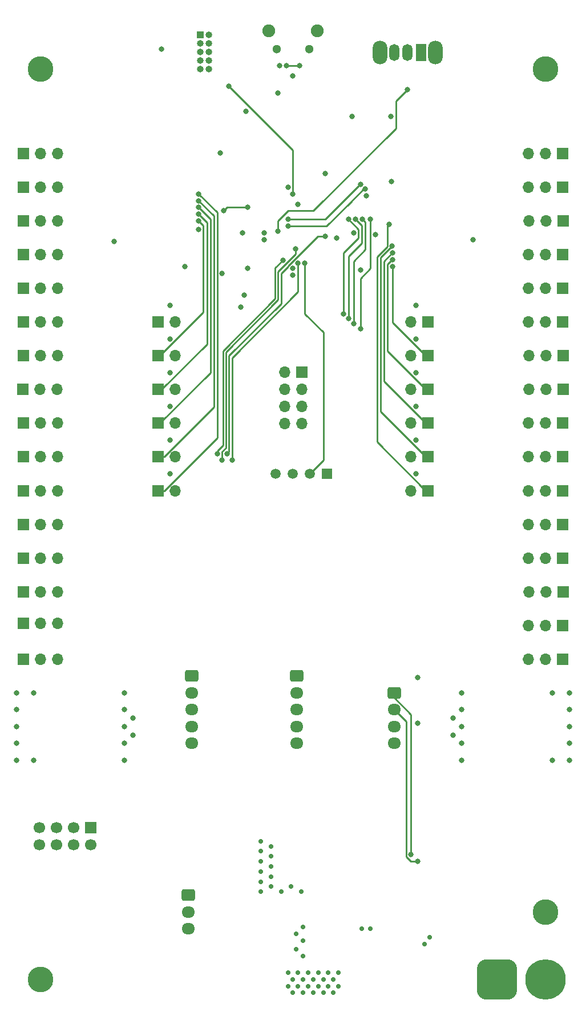
<source format=gbl>
%TF.GenerationSoftware,KiCad,Pcbnew,7.0.5*%
%TF.CreationDate,2024-01-08T18:30:08+10:00*%
%TF.ProjectId,HEXCORE PCB Design v1,48455843-4f52-4452-9050-434220446573,rev?*%
%TF.SameCoordinates,Original*%
%TF.FileFunction,Copper,L4,Bot*%
%TF.FilePolarity,Positive*%
%FSLAX46Y46*%
G04 Gerber Fmt 4.6, Leading zero omitted, Abs format (unit mm)*
G04 Created by KiCad (PCBNEW 7.0.5) date 2024-01-08 18:30:08*
%MOMM*%
%LPD*%
G01*
G04 APERTURE LIST*
G04 Aperture macros list*
%AMRoundRect*
0 Rectangle with rounded corners*
0 $1 Rounding radius*
0 $2 $3 $4 $5 $6 $7 $8 $9 X,Y pos of 4 corners*
0 Add a 4 corners polygon primitive as box body*
4,1,4,$2,$3,$4,$5,$6,$7,$8,$9,$2,$3,0*
0 Add four circle primitives for the rounded corners*
1,1,$1+$1,$2,$3*
1,1,$1+$1,$4,$5*
1,1,$1+$1,$6,$7*
1,1,$1+$1,$8,$9*
0 Add four rect primitives between the rounded corners*
20,1,$1+$1,$2,$3,$4,$5,0*
20,1,$1+$1,$4,$5,$6,$7,0*
20,1,$1+$1,$6,$7,$8,$9,0*
20,1,$1+$1,$8,$9,$2,$3,0*%
G04 Aperture macros list end*
%TA.AperFunction,ComponentPad*%
%ADD10C,1.500000*%
%TD*%
%TA.AperFunction,ComponentPad*%
%ADD11R,1.500000X1.500000*%
%TD*%
%TA.AperFunction,ComponentPad*%
%ADD12R,1.700000X1.700000*%
%TD*%
%TA.AperFunction,ComponentPad*%
%ADD13O,1.700000X1.700000*%
%TD*%
%TA.AperFunction,ComponentPad*%
%ADD14RoundRect,0.250000X-0.725000X0.600000X-0.725000X-0.600000X0.725000X-0.600000X0.725000X0.600000X0*%
%TD*%
%TA.AperFunction,ComponentPad*%
%ADD15O,1.950000X1.700000*%
%TD*%
%TA.AperFunction,ComponentPad*%
%ADD16R,1.000000X1.000000*%
%TD*%
%TA.AperFunction,ComponentPad*%
%ADD17O,1.000000X1.000000*%
%TD*%
%TA.AperFunction,ComponentPad*%
%ADD18O,2.200000X3.500000*%
%TD*%
%TA.AperFunction,ComponentPad*%
%ADD19R,1.500000X2.500000*%
%TD*%
%TA.AperFunction,ComponentPad*%
%ADD20O,1.500000X2.500000*%
%TD*%
%TA.AperFunction,ComponentPad*%
%ADD21C,3.800000*%
%TD*%
%TA.AperFunction,ComponentPad*%
%ADD22RoundRect,1.500000X-1.500000X-1.500000X1.500000X-1.500000X1.500000X1.500000X-1.500000X1.500000X0*%
%TD*%
%TA.AperFunction,ComponentPad*%
%ADD23C,6.000000*%
%TD*%
%TA.AperFunction,ComponentPad*%
%ADD24C,1.300000*%
%TD*%
%TA.AperFunction,ComponentPad*%
%ADD25C,1.900000*%
%TD*%
%TA.AperFunction,ComponentPad*%
%ADD26C,1.700000*%
%TD*%
%TA.AperFunction,ViaPad*%
%ADD27C,0.800000*%
%TD*%
%TA.AperFunction,ViaPad*%
%ADD28C,0.700000*%
%TD*%
%TA.AperFunction,Conductor*%
%ADD29C,0.250000*%
%TD*%
G04 APERTURE END LIST*
D10*
%TO.P,U6,4,GND*%
%TO.N,GND*%
X77420000Y-100000000D03*
%TO.P,U6,3,NC*%
%TO.N,unconnected-(U6-NC-Pad3)*%
X79960000Y-100000000D03*
%TO.P,U6,2,IO*%
%TO.N,DHT11_DA*%
X82500000Y-100000000D03*
D11*
%TO.P,U6,1,VCC*%
%TO.N,+3.3V*%
X85040000Y-100000000D03*
%TD*%
D12*
%TO.P,J35,1,Pin_1*%
%TO.N,GND*%
X120040000Y-97500000D03*
D13*
%TO.P,J35,2,Pin_2*%
%TO.N,+7.5V*%
X117500000Y-97500000D03*
%TO.P,J35,3,Pin_3*%
%TO.N,Servo22*%
X114960000Y-97500000D03*
%TD*%
D12*
%TO.P,J40,1,Pin_1*%
%TO.N,GND*%
X120040000Y-72500000D03*
D13*
%TO.P,J40,2,Pin_2*%
%TO.N,+7.5V*%
X117500000Y-72500000D03*
%TO.P,J40,3,Pin_3*%
%TO.N,Servo27*%
X114960000Y-72500000D03*
%TD*%
D12*
%TO.P,J24,1,Pin_1*%
%TO.N,U2A1*%
X100000000Y-92460000D03*
D13*
%TO.P,J24,2,Pin_2*%
%TO.N,+3.3V*%
X97460000Y-92460000D03*
%TD*%
D14*
%TO.P,J57,1,Pin_1*%
%TO.N,GND*%
X64500000Y-162500000D03*
D15*
%TO.P,J57,2,Pin_2*%
%TO.N,+3.3V*%
X64500000Y-165000000D03*
%TO.P,J57,3,Pin_3*%
%TO.N,+7.5V*%
X64500000Y-167500000D03*
%TD*%
D16*
%TO.P,J55,1,VTref*%
%TO.N,+3.3V*%
X66270000Y-34920000D03*
D17*
%TO.P,J55,2,SWDIO/TMS*%
%TO.N,Net-(J55-SWDIO{slash}TMS)*%
X67540000Y-34920000D03*
%TO.P,J55,3,GND*%
%TO.N,GND*%
X66270000Y-36190000D03*
%TO.P,J55,4,SWDCLK/TCK*%
%TO.N,Net-(J55-SWDCLK{slash}TCK)*%
X67540000Y-36190000D03*
%TO.P,J55,5,GND*%
%TO.N,GND*%
X66270000Y-37460000D03*
%TO.P,J55,6,SWO/TDO*%
%TO.N,Net-(J55-SWO{slash}TDO)*%
X67540000Y-37460000D03*
%TO.P,J55,7,KEY*%
%TO.N,unconnected-(J55-KEY-Pad7)*%
X66270000Y-38730000D03*
%TO.P,J55,8,NC/TDI*%
%TO.N,unconnected-(J55-NC{slash}TDI-Pad8)*%
X67540000Y-38730000D03*
%TO.P,J55,9,GNDDetect*%
%TO.N,GND*%
X66270000Y-40000000D03*
%TO.P,J55,10,~{RESET}*%
%TO.N,Net-(J55-~{RESET})*%
X67540000Y-40000000D03*
%TD*%
D14*
%TO.P,J47,1,Pin_1*%
%TO.N,I2C2_SDA*%
X95000000Y-132500000D03*
D15*
%TO.P,J47,2,Pin_2*%
%TO.N,I2C2_SCL*%
X95000000Y-135000000D03*
%TO.P,J47,3,Pin_3*%
%TO.N,GND*%
X95000000Y-137500000D03*
%TO.P,J47,4,Pin_4*%
%TO.N,+3.3V*%
X95000000Y-140000000D03*
%TD*%
D12*
%TO.P,J17,1,Pin_1*%
%TO.N,GND*%
X39960000Y-102500000D03*
D13*
%TO.P,J17,2,Pin_2*%
%TO.N,+7.5V*%
X42500000Y-102500000D03*
%TO.P,J17,3,Pin_3*%
%TO.N,Servo10*%
X45040000Y-102500000D03*
%TD*%
D12*
%TO.P,J19,1,Pin_1*%
%TO.N,GND*%
X39960000Y-112500000D03*
D13*
%TO.P,J19,2,Pin_2*%
%TO.N,+7.5V*%
X42500000Y-112500000D03*
%TO.P,J19,3,Pin_3*%
%TO.N,Servo12*%
X45040000Y-112500000D03*
%TD*%
D12*
%TO.P,J38,1,Pin_1*%
%TO.N,GND*%
X120080000Y-82500000D03*
D13*
%TO.P,J38,2,Pin_2*%
%TO.N,+7.5V*%
X117540000Y-82500000D03*
%TO.P,J38,3,Pin_3*%
%TO.N,Servo25*%
X115000000Y-82500000D03*
%TD*%
D14*
%TO.P,J49,1,Pin_1*%
%TO.N,SPI1_MOSI*%
X80525000Y-130000000D03*
D15*
%TO.P,J49,2,Pin_2*%
%TO.N,SPI1_MISO*%
X80525000Y-132500000D03*
%TO.P,J49,3,Pin_3*%
%TO.N,SPI1_SCK*%
X80525000Y-135000000D03*
%TO.P,J49,4,Pin_4*%
%TO.N,GND*%
X80525000Y-137500000D03*
%TO.P,J49,5,Pin_5*%
%TO.N,+3.3V*%
X80525000Y-140000000D03*
%TD*%
D18*
%TO.P,SW2,*%
%TO.N,*%
X101100000Y-37500000D03*
X92900000Y-37500000D03*
D19*
%TO.P,SW2,1,A*%
%TO.N,+3.3V*%
X99000000Y-37500000D03*
D20*
%TO.P,SW2,2,B*%
%TO.N,/SW_BOOT0*%
X97000000Y-37500000D03*
%TO.P,SW2,3,C*%
%TO.N,GND*%
X95000000Y-37500000D03*
%TD*%
D12*
%TO.P,J22,1,Pin_1*%
%TO.N,GND*%
X40000000Y-127500000D03*
D13*
%TO.P,J22,2,Pin_2*%
%TO.N,+7.5V*%
X42540000Y-127500000D03*
%TO.P,J22,3,Pin_3*%
%TO.N,Servo15*%
X45080000Y-127500000D03*
%TD*%
D12*
%TO.P,J33,1,Pin_1*%
%TO.N,GND*%
X120040000Y-107500000D03*
D13*
%TO.P,J33,2,Pin_2*%
%TO.N,+7.5V*%
X117500000Y-107500000D03*
%TO.P,J33,3,Pin_3*%
%TO.N,Servo20*%
X114960000Y-107500000D03*
%TD*%
D21*
%TO.P,H2,1,1*%
%TO.N,GND*%
X117500000Y-40000000D03*
%TD*%
%TO.P,H4,1,1*%
%TO.N,GND*%
X117500000Y-165000000D03*
%TD*%
D12*
%TO.P,J10,1,Pin_1*%
%TO.N,GND*%
X39960000Y-67500000D03*
D13*
%TO.P,J10,2,Pin_2*%
%TO.N,+7.5V*%
X42500000Y-67500000D03*
%TO.P,J10,3,Pin_3*%
%TO.N,Servo3*%
X45040000Y-67500000D03*
%TD*%
D12*
%TO.P,J28,1,Pin_1*%
%TO.N,U2A5*%
X100000000Y-102500000D03*
D13*
%TO.P,J28,2,Pin_2*%
%TO.N,+3.3V*%
X97460000Y-102500000D03*
%TD*%
D22*
%TO.P,J56,1,Pin_1*%
%TO.N,/BAT_POS*%
X110300000Y-175000000D03*
D23*
%TO.P,J56,2,Pin_2*%
%TO.N,GND*%
X117500000Y-175000000D03*
%TD*%
D12*
%TO.P,J12,1,Pin_1*%
%TO.N,GND*%
X39960000Y-77500000D03*
D13*
%TO.P,J12,2,Pin_2*%
%TO.N,+7.5V*%
X42500000Y-77500000D03*
%TO.P,J12,3,Pin_3*%
%TO.N,Servo5*%
X45040000Y-77500000D03*
%TD*%
D12*
%TO.P,J30,1,Pin_1*%
%TO.N,GND*%
X120040000Y-122500000D03*
D13*
%TO.P,J30,2,Pin_2*%
%TO.N,+7.5V*%
X117500000Y-122500000D03*
%TO.P,J30,3,Pin_3*%
%TO.N,Servo17*%
X114960000Y-122500000D03*
%TD*%
D12*
%TO.P,J16,1,Pin_1*%
%TO.N,GND*%
X40000000Y-97500000D03*
D13*
%TO.P,J16,2,Pin_2*%
%TO.N,+7.5V*%
X42540000Y-97500000D03*
%TO.P,J16,3,Pin_3*%
%TO.N,Servo9*%
X45080000Y-97500000D03*
%TD*%
D12*
%TO.P,J25,1,Pin_1*%
%TO.N,U2A2*%
X100000000Y-87500000D03*
D13*
%TO.P,J25,2,Pin_2*%
%TO.N,+3.3V*%
X97460000Y-87500000D03*
%TD*%
D12*
%TO.P,J3,1,Pin_1*%
%TO.N,U1A2*%
X60000000Y-92500000D03*
D13*
%TO.P,J3,2,Pin_2*%
%TO.N,+3.3V*%
X62540000Y-92500000D03*
%TD*%
D12*
%TO.P,J15,1,Pin_1*%
%TO.N,GND*%
X40000000Y-92500000D03*
D13*
%TO.P,J15,2,Pin_2*%
%TO.N,+7.5V*%
X42540000Y-92500000D03*
%TO.P,J15,3,Pin_3*%
%TO.N,Servo8*%
X45080000Y-92500000D03*
%TD*%
D12*
%TO.P,J18,1,Pin_1*%
%TO.N,GND*%
X39960000Y-107500000D03*
D13*
%TO.P,J18,2,Pin_2*%
%TO.N,+7.5V*%
X42500000Y-107500000D03*
%TO.P,J18,3,Pin_3*%
%TO.N,Servo11*%
X45040000Y-107500000D03*
%TD*%
D12*
%TO.P,J1,1,Pin_1*%
%TO.N,U1A0*%
X60000000Y-82500000D03*
D13*
%TO.P,J1,2,Pin_2*%
%TO.N,+3.3V*%
X62540000Y-82500000D03*
%TD*%
D12*
%TO.P,J13,1,Pin_1*%
%TO.N,GND*%
X39960000Y-82500000D03*
D13*
%TO.P,J13,2,Pin_2*%
%TO.N,+7.5V*%
X42500000Y-82500000D03*
%TO.P,J13,3,Pin_3*%
%TO.N,Servo6*%
X45040000Y-82500000D03*
%TD*%
D12*
%TO.P,J43,1,Pin_1*%
%TO.N,GND*%
X120040000Y-57500000D03*
D13*
%TO.P,J43,2,Pin_2*%
%TO.N,+7.5V*%
X117500000Y-57500000D03*
%TO.P,J43,3,Pin_3*%
%TO.N,Servo30*%
X114960000Y-57500000D03*
%TD*%
D12*
%TO.P,J4,1,Pin_1*%
%TO.N,U1A3*%
X60000000Y-97500000D03*
D13*
%TO.P,J4,2,Pin_2*%
%TO.N,+3.3V*%
X62540000Y-97500000D03*
%TD*%
D12*
%TO.P,J41,1,Pin_1*%
%TO.N,GND*%
X120040000Y-67500000D03*
D13*
%TO.P,J41,2,Pin_2*%
%TO.N,+7.5V*%
X117500000Y-67500000D03*
%TO.P,J41,3,Pin_3*%
%TO.N,Servo28*%
X114960000Y-67500000D03*
%TD*%
D12*
%TO.P,J36,1,Pin_1*%
%TO.N,GND*%
X120040000Y-92500000D03*
D13*
%TO.P,J36,2,Pin_2*%
%TO.N,+7.5V*%
X117500000Y-92500000D03*
%TO.P,J36,3,Pin_3*%
%TO.N,Servo23*%
X114960000Y-92500000D03*
%TD*%
D12*
%TO.P,J42,1,Pin_1*%
%TO.N,GND*%
X120080000Y-62500000D03*
D13*
%TO.P,J42,2,Pin_2*%
%TO.N,+7.5V*%
X117540000Y-62500000D03*
%TO.P,J42,3,Pin_3*%
%TO.N,Servo29*%
X115000000Y-62500000D03*
%TD*%
D12*
%TO.P,J14,1,Pin_1*%
%TO.N,GND*%
X39920001Y-87500000D03*
D13*
%TO.P,J14,2,Pin_2*%
%TO.N,+7.5V*%
X42460001Y-87500000D03*
%TO.P,J14,3,Pin_3*%
%TO.N,Servo7*%
X45000001Y-87500000D03*
%TD*%
D12*
%TO.P,J11,1,Pin_1*%
%TO.N,GND*%
X40000000Y-72500000D03*
D13*
%TO.P,J11,2,Pin_2*%
%TO.N,+7.5V*%
X42540000Y-72500000D03*
%TO.P,J11,3,Pin_3*%
%TO.N,Servo4*%
X45080000Y-72500000D03*
%TD*%
D12*
%TO.P,J5,1,Pin_1*%
%TO.N,U1A4*%
X60000000Y-102500000D03*
D13*
%TO.P,J5,2,Pin_2*%
%TO.N,+3.3V*%
X62540000Y-102500000D03*
%TD*%
D12*
%TO.P,J7,1,Pin_1*%
%TO.N,GND*%
X39960000Y-52500000D03*
D13*
%TO.P,J7,2,Pin_2*%
%TO.N,+7.5V*%
X42500000Y-52500000D03*
%TO.P,J7,3,Pin_3*%
%TO.N,Servo0*%
X45040000Y-52500000D03*
%TD*%
D12*
%TO.P,J21,1,Pin_1*%
%TO.N,GND*%
X40000000Y-122200000D03*
D13*
%TO.P,J21,2,Pin_2*%
%TO.N,+7.5V*%
X42540000Y-122200000D03*
%TO.P,J21,3,Pin_3*%
%TO.N,Servo14*%
X45080000Y-122200000D03*
%TD*%
D12*
%TO.P,J23,1,Pin_1*%
%TO.N,U2A0*%
X100000000Y-97500000D03*
D13*
%TO.P,J23,2,Pin_2*%
%TO.N,+3.3V*%
X97460000Y-97500000D03*
%TD*%
D12*
%TO.P,J2,1,Pin_1*%
%TO.N,U1A1*%
X60000000Y-87500000D03*
D13*
%TO.P,J2,2,Pin_2*%
%TO.N,+3.3V*%
X62540000Y-87500000D03*
%TD*%
D12*
%TO.P,J37,1,Pin_1*%
%TO.N,GND*%
X120080000Y-87500000D03*
D13*
%TO.P,J37,2,Pin_2*%
%TO.N,+7.5V*%
X117540000Y-87500000D03*
%TO.P,J37,3,Pin_3*%
%TO.N,Servo24*%
X115000000Y-87500000D03*
%TD*%
D12*
%TO.P,J27,1,Pin_1*%
%TO.N,U2A4*%
X100000000Y-77500000D03*
D13*
%TO.P,J27,2,Pin_2*%
%TO.N,+3.3V*%
X97460000Y-77500000D03*
%TD*%
D21*
%TO.P,H3,1,1*%
%TO.N,GND*%
X42500000Y-175000000D03*
%TD*%
D12*
%TO.P,J32,1,Pin_1*%
%TO.N,GND*%
X120040000Y-112500000D03*
D13*
%TO.P,J32,2,Pin_2*%
%TO.N,+7.5V*%
X117500000Y-112500000D03*
%TO.P,J32,3,Pin_3*%
%TO.N,Servo19*%
X114960000Y-112500000D03*
%TD*%
D12*
%TO.P,J46,1,Pin_1*%
%TO.N,/PB14*%
X81290000Y-84960000D03*
D13*
%TO.P,J46,2,Pin_2*%
%TO.N,/PB0*%
X78750000Y-84960000D03*
%TO.P,J46,3,Pin_3*%
%TO.N,/PB15*%
X81290000Y-87500000D03*
%TO.P,J46,4,Pin_4*%
%TO.N,/PB1*%
X78750000Y-87500000D03*
%TO.P,J46,5,Pin_5*%
%TO.N,/PC6*%
X81290000Y-90040000D03*
%TO.P,J46,6,Pin_6*%
%TO.N,/PC5*%
X78750000Y-90040000D03*
%TO.P,J46,7,Pin_7*%
%TO.N,/PC7*%
X81290000Y-92580000D03*
%TO.P,J46,8,Pin_8*%
%TO.N,/PC4*%
X78750000Y-92580000D03*
%TD*%
D12*
%TO.P,J31,1,Pin_1*%
%TO.N,GND*%
X120119999Y-117500000D03*
D13*
%TO.P,J31,2,Pin_2*%
%TO.N,+7.5V*%
X117579999Y-117500000D03*
%TO.P,J31,3,Pin_3*%
%TO.N,Servo18*%
X115039999Y-117500000D03*
%TD*%
D12*
%TO.P,J34,1,Pin_1*%
%TO.N,GND*%
X120040000Y-102500000D03*
D13*
%TO.P,J34,2,Pin_2*%
%TO.N,+7.5V*%
X117500000Y-102500000D03*
%TO.P,J34,3,Pin_3*%
%TO.N,Servo21*%
X114960000Y-102500000D03*
%TD*%
D21*
%TO.P,H1,1,1*%
%TO.N,GND*%
X42500000Y-40000000D03*
%TD*%
D12*
%TO.P,J29,1,Pin_1*%
%TO.N,GND*%
X120040000Y-127500000D03*
D13*
%TO.P,J29,2,Pin_2*%
%TO.N,+7.5V*%
X117500000Y-127500000D03*
%TO.P,J29,3,Pin_3*%
%TO.N,Servo16*%
X114960000Y-127500000D03*
%TD*%
D12*
%TO.P,J44,1,Pin_1*%
%TO.N,GND*%
X120040000Y-52500000D03*
D13*
%TO.P,J44,2,Pin_2*%
%TO.N,+7.5V*%
X117500000Y-52500000D03*
%TO.P,J44,3,Pin_3*%
%TO.N,Servo31*%
X114960000Y-52500000D03*
%TD*%
D12*
%TO.P,J39,1,Pin_1*%
%TO.N,GND*%
X120040000Y-77500000D03*
D13*
%TO.P,J39,2,Pin_2*%
%TO.N,+7.5V*%
X117500000Y-77500000D03*
%TO.P,J39,3,Pin_3*%
%TO.N,Servo26*%
X114960000Y-77500000D03*
%TD*%
D12*
%TO.P,J8,1,Pin_1*%
%TO.N,GND*%
X40000000Y-57500000D03*
D13*
%TO.P,J8,2,Pin_2*%
%TO.N,+7.5V*%
X42540000Y-57500000D03*
%TO.P,J8,3,Pin_3*%
%TO.N,Servo1*%
X45080000Y-57500000D03*
%TD*%
D12*
%TO.P,J26,1,Pin_1*%
%TO.N,U2A3*%
X100000000Y-82500000D03*
D13*
%TO.P,J26,2,Pin_2*%
%TO.N,+3.3V*%
X97460000Y-82500000D03*
%TD*%
D12*
%TO.P,J20,1,Pin_1*%
%TO.N,GND*%
X39960000Y-117500000D03*
D13*
%TO.P,J20,2,Pin_2*%
%TO.N,+7.5V*%
X42500000Y-117500000D03*
%TO.P,J20,3,Pin_3*%
%TO.N,Servo13*%
X45040000Y-117500000D03*
%TD*%
D24*
%TO.P,J45,MH1*%
%TO.N,N/C*%
X82425000Y-36980000D03*
%TO.P,J45,MH2*%
X77575000Y-36980000D03*
D25*
%TO.P,J45,MH3*%
X83625000Y-34300000D03*
%TO.P,J45,MH4*%
X76375000Y-34300000D03*
%TD*%
D12*
%TO.P,U4,1,GND*%
%TO.N,GND*%
X50000000Y-152460000D03*
D26*
%TO.P,U4,2,VCC*%
%TO.N,+3.3V*%
X50000000Y-155000000D03*
%TO.P,U4,3,CE*%
%TO.N,NRF_CE*%
X47460000Y-152460000D03*
%TO.P,U4,4,~{CSN}*%
%TO.N,NRF_CSN*%
X47460000Y-155000000D03*
%TO.P,U4,5,SCK*%
%TO.N,SPI2_SCK*%
X44920000Y-152460000D03*
%TO.P,U4,6,MOSI*%
%TO.N,SPI2_MISO*%
X44920000Y-155000000D03*
%TO.P,U4,7,MISO*%
%TO.N,SPI2_MOSI*%
X42380000Y-152460000D03*
%TO.P,U4,8,IRQ*%
%TO.N,NRF_IRQ*%
X42380000Y-155000000D03*
%TD*%
D12*
%TO.P,J6,1,Pin_1*%
%TO.N,U1A5*%
X60000000Y-77500000D03*
D13*
%TO.P,J6,2,Pin_2*%
%TO.N,+3.3V*%
X62540000Y-77500000D03*
%TD*%
D14*
%TO.P,J48,1,Pin_1*%
%TO.N,USART2_TX*%
X65000000Y-130000000D03*
D15*
%TO.P,J48,2,Pin_2*%
%TO.N,USART2_RX*%
X65000000Y-132500000D03*
%TO.P,J48,3,Pin_3*%
%TO.N,USART2_CK*%
X65000000Y-135000000D03*
%TO.P,J48,4,Pin_4*%
%TO.N,GND*%
X65000000Y-137500000D03*
%TO.P,J48,5,Pin_5*%
%TO.N,+3.3V*%
X65000000Y-140000000D03*
%TD*%
D12*
%TO.P,J9,1,Pin_1*%
%TO.N,GND*%
X39960000Y-62500000D03*
D13*
%TO.P,J9,2,Pin_2*%
%TO.N,+7.5V*%
X42500000Y-62500000D03*
%TO.P,J9,3,Pin_3*%
%TO.N,Servo2*%
X45040000Y-62500000D03*
%TD*%
D27*
%TO.N,+3.3V*%
X77750000Y-43500000D03*
X73000000Y-46250000D03*
%TO.N,GND*%
X69250000Y-52450000D03*
X64000000Y-69250000D03*
%TO.N,DHT11_DA*%
X81750000Y-68750000D03*
%TO.N,+3.3V*%
X92250000Y-64500000D03*
D28*
X76750000Y-155250000D03*
D27*
X90876100Y-58758645D03*
D28*
X75250000Y-157500000D03*
D27*
X98500000Y-130250000D03*
X86500000Y-65000000D03*
D28*
X75250000Y-156000000D03*
X75250000Y-160500000D03*
D27*
X98500000Y-137000000D03*
D28*
X75250000Y-162000000D03*
D27*
X80750000Y-60000000D03*
X75750000Y-65250000D03*
X88750000Y-47000000D03*
D28*
X75250000Y-154500000D03*
X76750000Y-159750000D03*
D27*
X94500000Y-47000000D03*
D28*
X76750000Y-158250000D03*
D27*
X65975402Y-63725402D03*
D28*
X79750000Y-161250000D03*
D27*
X80000000Y-69500000D03*
D28*
X81250000Y-162000000D03*
D27*
X94625000Y-56625000D03*
D28*
X78250000Y-162000000D03*
X75250000Y-159000000D03*
X76750000Y-156750000D03*
X76750000Y-161250000D03*
D27*
%TO.N,GND*%
X56250000Y-136250000D03*
X105000000Y-137500000D03*
X54999999Y-132500000D03*
X103750000Y-138750000D03*
D28*
X99500000Y-169750000D03*
D27*
X90000000Y-69750000D03*
D28*
X80500000Y-168250000D03*
D27*
X56250000Y-138750000D03*
D28*
X91500000Y-167500000D03*
X81500000Y-169250000D03*
D27*
X53500000Y-65500000D03*
X84750000Y-55500000D03*
X61750000Y-90000000D03*
X61750000Y-100000000D03*
X105000000Y-132500000D03*
X80000000Y-70500000D03*
X75750000Y-64250000D03*
X54999999Y-140000000D03*
X80000000Y-41000000D03*
X54999999Y-137500000D03*
X98250000Y-75000000D03*
X98250000Y-95000000D03*
X72250000Y-75250000D03*
D28*
X100250000Y-168750000D03*
D27*
X72750000Y-73500000D03*
X61750000Y-75000000D03*
X78000000Y-39500000D03*
X103750000Y-136250000D03*
X55000000Y-142500000D03*
X69500000Y-70250000D03*
X54999999Y-135000000D03*
X105000000Y-140000000D03*
X98250000Y-90000000D03*
X98250000Y-100000000D03*
X72500000Y-64250000D03*
X105000000Y-142500000D03*
X73250000Y-69500000D03*
D28*
X81500000Y-167250000D03*
D27*
X60500000Y-37000000D03*
X79250000Y-57500000D03*
X106750000Y-65250000D03*
X98250000Y-85000000D03*
X105000000Y-135000000D03*
X89000000Y-64250000D03*
X61750000Y-85000000D03*
D28*
X81500000Y-171500000D03*
X90250000Y-167500000D03*
D27*
X98250000Y-80000000D03*
X61750000Y-80000000D03*
D28*
X80500000Y-170500000D03*
D27*
X61750000Y-95000000D03*
D28*
%TO.N,+7.5V*%
X84500000Y-175000000D03*
D27*
X121000000Y-142500000D03*
X121000000Y-137500000D03*
X41500000Y-132500000D03*
D28*
X80750000Y-176000000D03*
D27*
X39000000Y-132500000D03*
D28*
X80000000Y-177000000D03*
X83750000Y-176000000D03*
D27*
X121000000Y-135000000D03*
X39000000Y-140000000D03*
D28*
X81500000Y-177000000D03*
X79250000Y-176000000D03*
X82250000Y-174000000D03*
X82250000Y-176000000D03*
X80000000Y-175000000D03*
X79250000Y-174000000D03*
D27*
X39000000Y-137500000D03*
X121000000Y-132500000D03*
X118500000Y-142500000D03*
D28*
X86000000Y-175000000D03*
D27*
X41500000Y-142500000D03*
D28*
X80750000Y-174000000D03*
X85250000Y-174000000D03*
D27*
X118500000Y-132500000D03*
D28*
X86750000Y-176000000D03*
X84500000Y-177000000D03*
X83000000Y-177000000D03*
X86000000Y-177000000D03*
X85250000Y-176000000D03*
X83750000Y-174000000D03*
X81500000Y-175000000D03*
D27*
X39000000Y-135000000D03*
X121000000Y-140000000D03*
X39000000Y-142500000D03*
D28*
X83000000Y-175000000D03*
X86750000Y-174000000D03*
D27*
%TO.N,I2C2_SCL*%
X98512653Y-157487347D03*
%TO.N,I2C2_SDA*%
X97500000Y-156500000D03*
%TO.N,U1A0*%
X66000000Y-62500000D03*
%TO.N,U1A1*%
X66000000Y-61500000D03*
%TO.N,U1A2*%
X66000000Y-60500000D03*
%TO.N,U1A3*%
X66000000Y-59500000D03*
%TO.N,U1A4*%
X66000000Y-58500497D03*
%TO.N,U2A0*%
X94731337Y-66219467D03*
%TO.N,U2A1*%
X94737701Y-67237701D03*
%TO.N,U2A2*%
X94750000Y-68250000D03*
%TO.N,U2A3*%
X94750000Y-69249503D03*
%TO.N,U2A5*%
X94250000Y-62975500D03*
%TO.N,USB_ID*%
X79000000Y-39500000D03*
X81000000Y-39500000D03*
%TO.N,I2C1_SCL*%
X79250000Y-62250000D03*
X90042629Y-57042629D03*
%TO.N,I2C1_SDA*%
X69737701Y-60987701D03*
X79250000Y-63250000D03*
X90750000Y-57767129D03*
X73250000Y-60500000D03*
%TO.N,SPI2_MISO*%
X70975500Y-98000000D03*
X80750000Y-68750000D03*
%TO.N,SPI2_MOSI*%
X78484223Y-68329997D03*
X68750000Y-97000000D03*
%TO.N,SPI2_SCK*%
X84750000Y-64750000D03*
X70250000Y-97000000D03*
%TO.N,/BOOT0*%
X97000000Y-43000000D03*
X77750000Y-63974500D03*
%TO.N,NRST*%
X80000000Y-58500000D03*
X70500000Y-42500000D03*
%TO.N,NRF_IRQ*%
X80423523Y-66673524D03*
X69500000Y-98000000D03*
%TO.N,/PB14*%
X87500000Y-76250000D03*
X88250000Y-62250000D03*
%TO.N,/PB15*%
X88250000Y-77000000D03*
X89262299Y-62237701D03*
%TO.N,/PC6*%
X90280533Y-62231337D03*
X89000000Y-77750000D03*
%TO.N,/PC7*%
X91500000Y-62250000D03*
X90000000Y-78500000D03*
%TD*%
D29*
%TO.N,NRST*%
X80000000Y-52000000D02*
X80000000Y-58500000D01*
X70500000Y-42500000D02*
X80000000Y-52000000D01*
%TO.N,DHT11_DA*%
X84500000Y-79000000D02*
X84500000Y-98000000D01*
X84500000Y-98000000D02*
X82500000Y-100000000D01*
X81750000Y-76250000D02*
X84500000Y-79000000D01*
X81750000Y-68750000D02*
X81750000Y-76250000D01*
%TO.N,SPI2_MOSI*%
X68750000Y-96600000D02*
X68750000Y-97000000D01*
X69600000Y-95750000D02*
X68750000Y-96600000D01*
X77350000Y-69464220D02*
X77350000Y-74013604D01*
X77350000Y-74013604D02*
X69600000Y-81763604D01*
X78484223Y-68329997D02*
X77350000Y-69464220D01*
X69600000Y-81763604D02*
X69600000Y-95750000D01*
%TO.N,NRF_IRQ*%
X70050000Y-96174695D02*
X69500000Y-96724695D01*
X69500000Y-96724695D02*
X69500000Y-98000000D01*
X77800000Y-74200000D02*
X70050000Y-81950000D01*
X70050000Y-81950000D02*
X70050000Y-96174695D01*
X80423523Y-67414776D02*
X77800000Y-70038299D01*
X77800000Y-70038299D02*
X77800000Y-74200000D01*
X80423523Y-66673524D02*
X80423523Y-67414776D01*
%TO.N,SPI2_SCK*%
X83724695Y-64750000D02*
X84750000Y-64750000D01*
X79275000Y-69225000D02*
X79275000Y-69199695D01*
X79275000Y-69199695D02*
X83724695Y-64750000D01*
X78250000Y-70250000D02*
X79275000Y-69225000D01*
X78250000Y-74750000D02*
X78250000Y-70250000D01*
X70500000Y-96750000D02*
X70500000Y-82500000D01*
X70500000Y-82500000D02*
X78250000Y-74750000D01*
X70250000Y-97000000D02*
X70500000Y-96750000D01*
%TO.N,I2C2_SCL*%
X96775000Y-156800305D02*
X97462042Y-157487347D01*
X95000000Y-135000000D02*
X96775000Y-136775000D01*
X97462042Y-157487347D02*
X98512653Y-157487347D01*
X96775000Y-136775000D02*
X96775000Y-156800305D01*
%TO.N,I2C2_SDA*%
X97500000Y-135713299D02*
X95000000Y-133213299D01*
X95000000Y-133213299D02*
X95000000Y-132500000D01*
X97500000Y-156500000D02*
X97500000Y-135713299D01*
%TO.N,U1A0*%
X66700402Y-63200402D02*
X66700402Y-76074903D01*
X66700402Y-76074903D02*
X60275305Y-82500000D01*
X66000000Y-62500000D02*
X66700402Y-63200402D01*
X60275305Y-82500000D02*
X60000000Y-82500000D01*
%TO.N,U1A1*%
X67250000Y-62724695D02*
X67250000Y-80750000D01*
X66025305Y-61500000D02*
X67250000Y-62724695D01*
X67250000Y-80750000D02*
X60500000Y-87500000D01*
X66000000Y-61500000D02*
X66025305Y-61500000D01*
X60500000Y-87500000D02*
X60000000Y-87500000D01*
%TO.N,U1A2*%
X67750000Y-62224695D02*
X67750000Y-85025305D01*
X60275305Y-92500000D02*
X60000000Y-92500000D01*
X67750000Y-85025305D02*
X60275305Y-92500000D01*
X66000000Y-60500000D02*
X66025305Y-60500000D01*
X66025305Y-60500000D02*
X67750000Y-62224695D01*
%TO.N,U1A3*%
X68250000Y-61724695D02*
X68250000Y-90128299D01*
X60878299Y-97500000D02*
X60000000Y-97500000D01*
X68250000Y-90128299D02*
X60878299Y-97500000D01*
X66025305Y-59500000D02*
X68250000Y-61724695D01*
X66000000Y-59500000D02*
X66025305Y-59500000D01*
%TO.N,U1A4*%
X68750000Y-94628299D02*
X60878299Y-102500000D01*
X66025802Y-58500497D02*
X68750000Y-61224695D01*
X60878299Y-102500000D02*
X60000000Y-102500000D01*
X68750000Y-61224695D02*
X68750000Y-94628299D01*
X66000000Y-58500497D02*
X66025802Y-58500497D01*
%TO.N,U2A0*%
X94731337Y-66219467D02*
X94730630Y-66219467D01*
X93000000Y-67950097D02*
X93050000Y-67900097D01*
X99724695Y-97500000D02*
X100000000Y-97500000D01*
X93000000Y-90775305D02*
X99724695Y-97500000D01*
X93000000Y-67950097D02*
X93000000Y-90775305D01*
X94730630Y-66219467D02*
X93000000Y-67950097D01*
%TO.N,U2A1*%
X99684695Y-92460000D02*
X100000000Y-92460000D01*
X93500000Y-68474695D02*
X93500000Y-86275305D01*
X100000000Y-91701701D02*
X100000000Y-92460000D01*
X93500000Y-86275305D02*
X99684695Y-92460000D01*
X94737701Y-67237701D02*
X94736994Y-67237701D01*
X94736994Y-67237701D02*
X93500000Y-68474695D01*
%TO.N,U2A2*%
X99724695Y-87500000D02*
X100000000Y-87500000D01*
X94025000Y-81800305D02*
X99724695Y-87500000D01*
X94025000Y-68949198D02*
X94025000Y-81800305D01*
X94724198Y-68250000D02*
X94025000Y-68949198D01*
X94750000Y-68250000D02*
X94724198Y-68250000D01*
%TO.N,U2A3*%
X94750000Y-77525305D02*
X99724695Y-82500000D01*
X94750000Y-69249503D02*
X94750000Y-77525305D01*
X99724695Y-82500000D02*
X100000000Y-82500000D01*
%TO.N,U2A5*%
X94006337Y-63219163D02*
X94006337Y-66307364D01*
X94006337Y-66307364D02*
X92500000Y-67813701D01*
X92500000Y-67813701D02*
X92500000Y-95275305D01*
X99724695Y-102500000D02*
X100000000Y-102500000D01*
X92500000Y-95275305D02*
X99724695Y-102500000D01*
X94250000Y-62975500D02*
X94006337Y-63219163D01*
%TO.N,USB_ID*%
X81000000Y-39500000D02*
X79000000Y-39500000D01*
%TO.N,I2C1_SCL*%
X90042629Y-57042629D02*
X89957371Y-57042629D01*
X89957371Y-57042629D02*
X84750000Y-62250000D01*
X84750000Y-62250000D02*
X79250000Y-62250000D01*
%TO.N,I2C1_SDA*%
X88500000Y-59750000D02*
X90482871Y-57767129D01*
X70225402Y-60500000D02*
X69737701Y-60987701D01*
X85000000Y-63250000D02*
X88500000Y-59750000D01*
X73250000Y-60500000D02*
X70225402Y-60500000D01*
X79250000Y-63250000D02*
X85000000Y-63250000D01*
X90482871Y-57767129D02*
X90750000Y-57767129D01*
%TO.N,SPI2_MISO*%
X80750000Y-73000000D02*
X70975500Y-82774500D01*
X80750000Y-68750000D02*
X80750000Y-73000000D01*
X70975500Y-82774500D02*
X70975500Y-98000000D01*
%TO.N,/BOOT0*%
X83000000Y-61000000D02*
X95250000Y-48750000D01*
X95250000Y-44750000D02*
X97000000Y-43000000D01*
X77750000Y-62525500D02*
X77750000Y-63974500D01*
X79275500Y-61000000D02*
X83000000Y-61000000D01*
X79275500Y-61000000D02*
X77750000Y-62525500D01*
X95250000Y-48750000D02*
X95250000Y-44750000D01*
%TO.N,/PB14*%
X89725000Y-63725000D02*
X89725000Y-65025000D01*
X89725000Y-65025000D02*
X87500000Y-67250000D01*
X87500000Y-67250000D02*
X87500000Y-76250000D01*
X88250000Y-62250000D02*
X89725000Y-63725000D01*
%TO.N,/PB15*%
X90175000Y-65825000D02*
X88250000Y-67750000D01*
X89262299Y-62237701D02*
X90175000Y-63150402D01*
X90175000Y-63150402D02*
X90175000Y-65825000D01*
X88250000Y-67750000D02*
X88250000Y-77000000D01*
%TO.N,/PC6*%
X90750000Y-66750000D02*
X89000000Y-68500000D01*
X89000000Y-68500000D02*
X89000000Y-77750000D01*
X90750000Y-62700804D02*
X90750000Y-66750000D01*
X90280533Y-62231337D02*
X90750000Y-62700804D01*
%TO.N,/PC7*%
X90000000Y-71000000D02*
X90000000Y-78500000D01*
X91500000Y-62250000D02*
X91500000Y-69500000D01*
X91500000Y-69500000D02*
X90000000Y-71000000D01*
%TD*%
M02*

</source>
